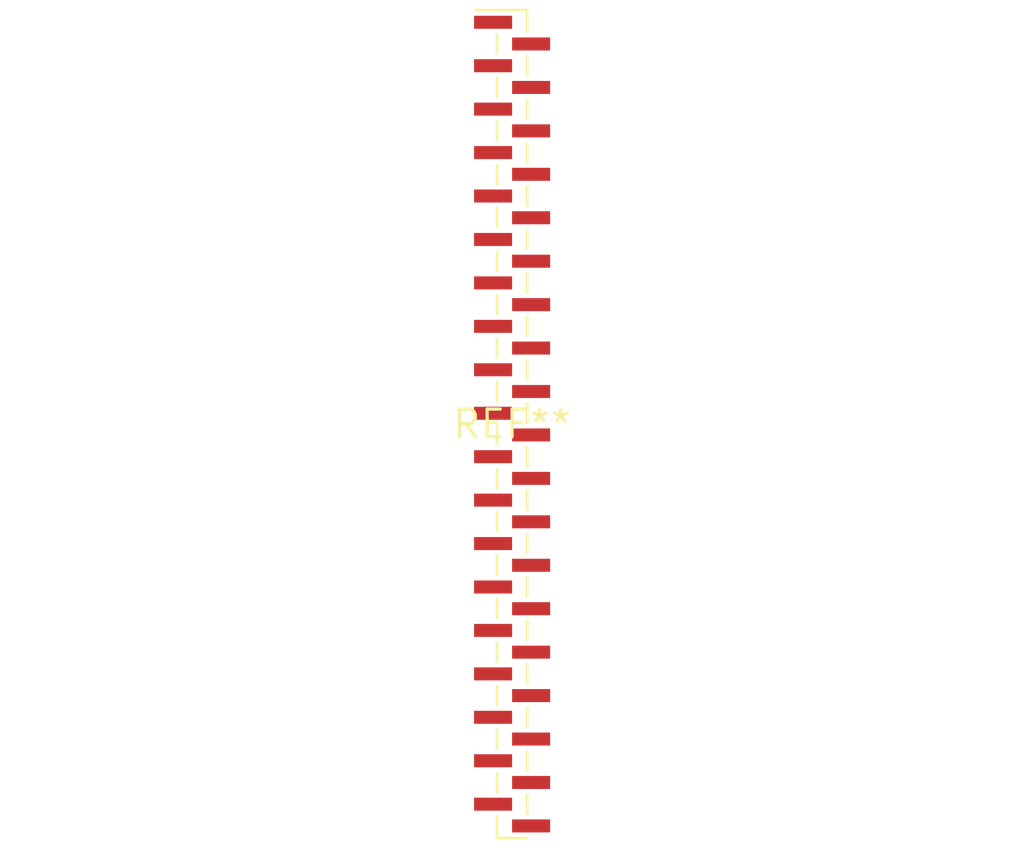
<source format=kicad_pcb>
(kicad_pcb (version 20240108) (generator pcbnew)
  (layers (0 "F.Cu" signal) (31 "B.Cu" signal) (34 "B.Paste" user) (35 "F.Paste" user) (36 "B.SilkS" user "B.Silkscreen") (37 "F.SilkS" user "F.Silkscreen") (38 "B.Mask" user) (39 "F.Mask" user) (44 "Edge.Cuts" user))
  (net 0 "")
  (footprint "PinHeader_1x38_P1.00mm_Vertical_SMD_Pin1Left" (layer "F.Cu") (at 0 0)
    (property "Reference" "REF**")
    (property "Value" "PinHeader_1x38_P1.00mm_Vertical_SMD_Pin1Left")
    (fp_line (start -0.695 -19.06) (end -1.69 -19.06) (layer "F.SilkS") (stroke (width 0.12)))
    (fp_line (start -0.695 -19.06) (end -0.695 -19.06) (layer "F.SilkS") (stroke (width 0.12)))
    (fp_line (start -0.695 -19.06) (end 0.695 -19.06) (layer "F.SilkS") (stroke (width 0.12)))
    (fp_line (start -0.695 -17.94) (end -0.695 -17.06) (layer "F.SilkS") (stroke (width 0.12)))
    (fp_line (start -0.695 -15.94) (end -0.695 -15.06) (layer "F.SilkS") (stroke (width 0.12)))
    (fp_line (start -0.695 -13.94) (end -0.695 -13.06) (layer "F.SilkS") (stroke (width 0.12)))
    (fp_line (start -0.695 -11.94) (end -0.695 -11.06) (layer "F.SilkS") (stroke (width 0.12)))
    (fp_line (start -0.695 -9.94) (end -0.695 -9.06) (layer "F.SilkS") (stroke (width 0.12)))
    (fp_line (start -0.695 -7.94) (end -0.695 -7.06) (layer "F.SilkS") (stroke (width 0.12)))
    (fp_line (start -0.695 -5.94) (end -0.695 -5.06) (layer "F.SilkS") (stroke (width 0.12)))
    (fp_line (start -0.695 -3.94) (end -0.695 -3.06) (layer "F.SilkS") (stroke (width 0.12)))
    (fp_line (start -0.695 -1.94) (end -0.695 -1.06) (layer "F.SilkS") (stroke (width 0.12)))
    (fp_line (start -0.695 0.06) (end -0.695 0.94) (layer "F.SilkS") (stroke (width 0.12)))
    (fp_line (start -0.695 2.06) (end -0.695 2.94) (layer "F.SilkS") (stroke (width 0.12)))
    (fp_line (start -0.695 4.06) (end -0.695 4.94) (layer "F.SilkS") (stroke (width 0.12)))
    (fp_line (start -0.695 6.06) (end -0.695 6.94) (layer "F.SilkS") (stroke (width 0.12)))
    (fp_line (start -0.695 8.06) (end -0.695 8.94) (layer "F.SilkS") (stroke (width 0.12)))
    (fp_line (start -0.695 10.06) (end -0.695 10.94) (layer "F.SilkS") (stroke (width 0.12)))
    (fp_line (start -0.695 12.06) (end -0.695 12.94) (layer "F.SilkS") (stroke (width 0.12)))
    (fp_line (start -0.695 14.06) (end -0.695 14.94) (layer "F.SilkS") (stroke (width 0.12)))
    (fp_line (start -0.695 16.06) (end -0.695 16.94) (layer "F.SilkS") (stroke (width 0.12)))
    (fp_line (start -0.695 18.06) (end -0.695 19.06) (layer "F.SilkS") (stroke (width 0.12)))
    (fp_line (start -0.695 19.06) (end 0.695 19.06) (layer "F.SilkS") (stroke (width 0.12)))
    (fp_line (start 0.695 -19.06) (end 0.695 -18.06) (layer "F.SilkS") (stroke (width 0.12)))
    (fp_line (start 0.695 -16.94) (end 0.695 -16.06) (layer "F.SilkS") (stroke (width 0.12)))
    (fp_line (start 0.695 -14.94) (end 0.695 -14.06) (layer "F.SilkS") (stroke (width 0.12)))
    (fp_line (start 0.695 -12.94) (end 0.695 -12.06) (layer "F.SilkS") (stroke (width 0.12)))
    (fp_line (start 0.695 -10.94) (end 0.695 -10.06) (layer "F.SilkS") (stroke (width 0.12)))
    (fp_line (start 0.695 -8.94) (end 0.695 -8.06) (layer "F.SilkS") (stroke (width 0.12)))
    (fp_line (start 0.695 -6.94) (end 0.695 -6.06) (layer "F.SilkS") (stroke (width 0.12)))
    (fp_line (start 0.695 -4.94) (end 0.695 -4.06) (layer "F.SilkS") (stroke (width 0.12)))
    (fp_line (start 0.695 -2.94) (end 0.695 -2.06) (layer "F.SilkS") (stroke (width 0.12)))
    (fp_line (start 0.695 -0.94) (end 0.695 -0.06) (layer "F.SilkS") (stroke (width 0.12)))
    (fp_line (start 0.695 1.06) (end 0.695 1.94) (layer "F.SilkS") (stroke (width 0.12)))
    (fp_line (start 0.695 3.06) (end 0.695 3.94) (layer "F.SilkS") (stroke (width 0.12)))
    (fp_line (start 0.695 5.06) (end 0.695 5.94) (layer "F.SilkS") (stroke (width 0.12)))
    (fp_line (start 0.695 7.06) (end 0.695 7.94) (layer "F.SilkS") (stroke (width 0.12)))
    (fp_line (start 0.695 9.06) (end 0.695 9.94) (layer "F.SilkS") (stroke (width 0.12)))
    (fp_line (start 0.695 11.06) (end 0.695 11.94) (layer "F.SilkS") (stroke (width 0.12)))
    (fp_line (start 0.695 13.06) (end 0.695 13.94) (layer "F.SilkS") (stroke (width 0.12)))
    (fp_line (start 0.695 15.06) (end 0.695 15.94) (layer "F.SilkS") (stroke (width 0.12)))
    (fp_line (start 0.695 17.06) (end 0.695 17.94) (layer "F.SilkS") (stroke (width 0.12)))
    (fp_line (start 0.695 19.06) (end 0.695 19.06) (layer "F.SilkS") (stroke (width 0.12)))
    (pad "1" smd rect (at -0.875 -18.5) (size 1.75 0.6) (layers "F.Cu" "F.Paste" "F.Mask"))
    (pad "2" smd rect (at 0.875 -17.5) (size 1.75 0.6) (layers "F.Cu" "F.Paste" "F.Mask"))
    (pad "3" smd rect (at -0.875 -16.5) (size 1.75 0.6) (layers "F.Cu" "F.Paste" "F.Mask"))
    (pad "4" smd rect (at 0.875 -15.5) (size 1.75 0.6) (layers "F.Cu" "F.Paste" "F.Mask"))
    (pad "5" smd rect (at -0.875 -14.5) (size 1.75 0.6) (layers "F.Cu" "F.Paste" "F.Mask"))
    (pad "6" smd rect (at 0.875 -13.5) (size 1.75 0.6) (layers "F.Cu" "F.Paste" "F.Mask"))
    (pad "7" smd rect (at -0.875 -12.5) (size 1.75 0.6) (layers "F.Cu" "F.Paste" "F.Mask"))
    (pad "8" smd rect (at 0.875 -11.5) (size 1.75 0.6) (layers "F.Cu" "F.Paste" "F.Mask"))
    (pad "9" smd rect (at -0.875 -10.5) (size 1.75 0.6) (layers "F.Cu" "F.Paste" "F.Mask"))
    (pad "10" smd rect (at 0.875 -9.5) (size 1.75 0.6) (layers "F.Cu" "F.Paste" "F.Mask"))
    (pad "11" smd rect (at -0.875 -8.5) (size 1.75 0.6) (layers "F.Cu" "F.Paste" "F.Mask"))
    (pad "12" smd rect (at 0.875 -7.5) (size 1.75 0.6) (layers "F.Cu" "F.Paste" "F.Mask"))
    (pad "13" smd rect (at -0.875 -6.5) (size 1.75 0.6) (layers "F.Cu" "F.Paste" "F.Mask"))
    (pad "14" smd rect (at 0.875 -5.5) (size 1.75 0.6) (layers "F.Cu" "F.Paste" "F.Mask"))
    (pad "15" smd rect (at -0.875 -4.5) (size 1.75 0.6) (layers "F.Cu" "F.Paste" "F.Mask"))
    (pad "16" smd rect (at 0.875 -3.5) (size 1.75 0.6) (layers "F.Cu" "F.Paste" "F.Mask"))
    (pad "17" smd rect (at -0.875 -2.5) (size 1.75 0.6) (layers "F.Cu" "F.Paste" "F.Mask"))
    (pad "18" smd rect (at 0.875 -1.5) (size 1.75 0.6) (layers "F.Cu" "F.Paste" "F.Mask"))
    (pad "19" smd rect (at -0.875 -0.5) (size 1.75 0.6) (layers "F.Cu" "F.Paste" "F.Mask"))
    (pad "20" smd rect (at 0.875 0.5) (size 1.75 0.6) (layers "F.Cu" "F.Paste" "F.Mask"))
    (pad "21" smd rect (at -0.875 1.5) (size 1.75 0.6) (layers "F.Cu" "F.Paste" "F.Mask"))
    (pad "22" smd rect (at 0.875 2.5) (size 1.75 0.6) (layers "F.Cu" "F.Paste" "F.Mask"))
    (pad "23" smd rect (at -0.875 3.5) (size 1.75 0.6) (layers "F.Cu" "F.Paste" "F.Mask"))
    (pad "24" smd rect (at 0.875 4.5) (size 1.75 0.6) (layers "F.Cu" "F.Paste" "F.Mask"))
    (pad "25" smd rect (at -0.875 5.5) (size 1.75 0.6) (layers "F.Cu" "F.Paste" "F.Mask"))
    (pad "26" smd rect (at 0.875 6.5) (size 1.75 0.6) (layers "F.Cu" "F.Paste" "F.Mask"))
    (pad "27" smd rect (at -0.875 7.5) (size 1.75 0.6) (layers "F.Cu" "F.Paste" "F.Mask"))
    (pad "28" smd rect (at 0.875 8.5) (size 1.75 0.6) (layers "F.Cu" "F.Paste" "F.Mask"))
    (pad "29" smd rect (at -0.875 9.5) (size 1.75 0.6) (layers "F.Cu" "F.Paste" "F.Mask"))
    (pad "30" smd rect (at 0.875 10.5) (size 1.75 0.6) (layers "F.Cu" "F.Paste" "F.Mask"))
    (pad "31" smd rect (at -0.875 11.5) (size 1.75 0.6) (layers "F.Cu" "F.Paste" "F.Mask"))
    (pad "32" smd rect (at 0.875 12.5) (size 1.75 0.6) (layers "F.Cu" "F.Paste" "F.Mask"))
    (pad "33" smd rect (at -0.875 13.5) (size 1.75 0.6) (layers "F.Cu" "F.Paste" "F.Mask"))
    (pad "34" smd rect (at 0.875 14.5) (size 1.75 0.6) (layers "F.Cu" "F.Paste" "F.Mask"))
    (pad "35" smd rect (at -0.875 15.5) (size 1.75 0.6) (layers "F.Cu" "F.Paste" "F.Mask"))
    (pad "36" smd rect (at 0.875 16.5) (size 1.75 0.6) (layers "F.Cu" "F.Paste" "F.Mask"))
    (pad "37" smd rect (at -0.875 17.5) (size 1.75 0.6) (layers "F.Cu" "F.Paste" "F.Mask"))
    (pad "38" smd rect (at 0.875 18.5) (size 1.75 0.6) (layers "F.Cu" "F.Paste" "F.Mask"))
  )
)
</source>
